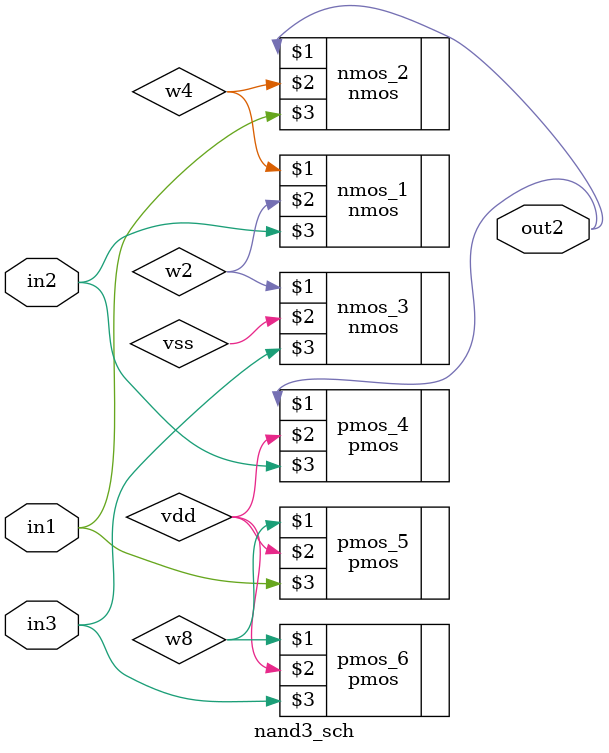
<source format=v>

module nand3_sch( in1,in2,in3,out2);
 input in1,in2,in3;
 output out2;
 wire w2,w4,w8;
 nmos nmos_1(w4,w2,in2); // 1.0u 0.12u
 nmos nmos_2(out2,w4,in1); // 1.0u 0.12u
 nmos nmos_3(w2,vss,in3); // 1.0u 0.12u
 pmos pmos_4(out2,vdd,in2); // 2.0u 0.12u
 pmos pmos_5(w8,vdd,in1); // 2.0u 0.12u
 pmos pmos_6(w8,vdd,in3); // 2.0u 0.12u
endmodule

</source>
